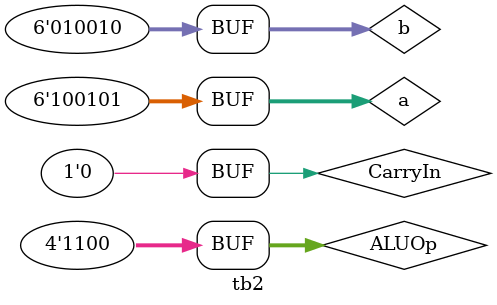
<source format=v>
module tb2
(
);

reg [5:0] a;
reg [5:0] b;
reg CarryIn;
reg [3:0] ALUOp;
wire [5:0] CarryOut;
wire [5:0] Result;

ALU_1_bit alu0
(
.a(a[0]),
.b(b[0]),
.CarryIn(CarryIn),
.ALUOp(ALUOp),
.CarryOut(CarryOut[0]),
.Result(Result[0])
);

ALU_1_bit alu01
(
.a(a[1]),
.b(b[1]),
.CarryIn(CarryOut[0]),
.ALUOp(ALUOp),
.CarryOut(CarryOut[1]),
.Result(Result[1])
);

ALU_1_bit alu2
(
.a(a[2]),
.b(b[2]),
.CarryIn(CarryOut[1]),
.ALUOp(ALUOp),
.CarryOut(CarryOut[2]),
.Result(Result[2])
);

ALU_1_bit alu3
(
.a(a[3]),
.b(b[3]),
.CarryIn(CarryOut[2]),
.ALUOp(ALUOp),
.CarryOut(CarryOut[3]),
.Result(Result[3])
);

ALU_1_bit alu4
(
.a(a[4]),
.b(b[4]),
.CarryIn(CarryOut[3]),
.ALUOp(ALUOp),
.CarryOut(CarryOut[4]),
.Result(Result[4])
);

ALU_1_bit alu5
(
.a(a[5]),
.b(b[5]),
.CarryIn(CarryOut[4]),
.ALUOp(ALUOp),
.CarryOut(CarryOut[5]),
.Result(Result[5])
);

initial 
begin
  a = 6'b100101;
  b = 6'b010010;
  CarryIn = 1'b0;
  ALUOp = 4'b0000;
  
  #10 a = 6'b100101;
  #10 b = 6'b010010;
  #10 CarryIn = 1'b0;
  #10 ALUOp = 4'b0001;  
  
  #10 a = 6'b100101;
  #10 b = 6'b010010;
  #10 CarryIn = 1'b0;
  #10 ALUOp = 4'b0010; 
  
  #10 a = 6'b100101;
  #10 b = 6'b010010;
  #10 CarryIn = 1'b1;
  #10 ALUOp = 4'b0110; 
  
  #10 a = 6'b100101;
  #10 b = 6'b010010;
  #10 CarryIn = 1'b0;
  #10 ALUOp = 4'b1100; 
  
  #10 a = 6'b100101;
  #10 b = 6'b010010;
  #10 CarryIn = 1'b0;
  #10 ALUOp = 4'b0000;
  
  
  #10 a = 6'b100101;
  #10 b = 6'b010010;
  #10 CarryIn = 1'b0;
  #10 ALUOp = 4'b0001;  
  
  #10 a = 6'b100101;
  #10 b = 6'b010010;
  #10 CarryIn = 1'b0;
  #10 ALUOp = 4'b0010; 
  
  #10 a = 6'b100101;
  #10 b = 6'b010010;
  #10 CarryIn = 1'b1;
  #10 ALUOp = 4'b0110; 
  
  #10 a = 6'b100101;
  #10 b = 6'b010010;
  #10 CarryIn = 1'b0;
  #10 ALUOp = 4'b1100; 
  
  #10 a = 6'b100101;
  #10 b = 6'b010010;
  #10 CarryIn = 1'b0;
  #10 ALUOp = 4'b0000;
  
  
  #10 a = 6'b100101;
  #10 b = 6'b010010;
  #10 CarryIn = 1'b0;
  #10 ALUOp = 4'b0001;  
  
  #10 a = 6'b100101;
  #10 b = 6'b010010;
  #10 CarryIn = 1'b0;
  #10 ALUOp = 4'b0010; 
  
  #10 a = 6'b100101;
  #10 b = 6'b010010;
  #10 CarryIn = 1'b1;
  #10 ALUOp = 4'b0110; 
  
  #10 a = 6'b100101;
  #10 b = 6'b010010;
  #10 CarryIn = 1'b0;
  #10 ALUOp = 4'b1100; 
  
end

endmodule

</source>
